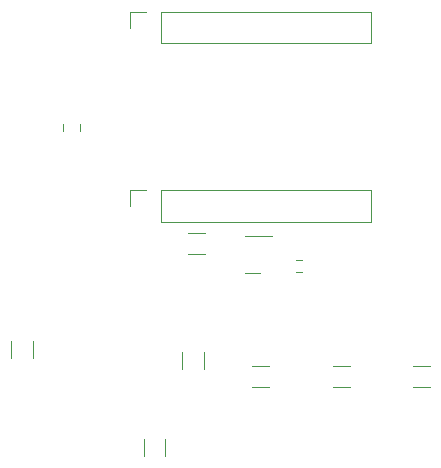
<source format=gbr>
%TF.GenerationSoftware,KiCad,Pcbnew,7.0.7*%
%TF.CreationDate,2024-01-07T22:57:32-05:00*%
%TF.ProjectId,ESP32-C3_hat,45535033-322d-4433-935f-6861742e6b69,rev?*%
%TF.SameCoordinates,Original*%
%TF.FileFunction,Legend,Bot*%
%TF.FilePolarity,Positive*%
%FSLAX46Y46*%
G04 Gerber Fmt 4.6, Leading zero omitted, Abs format (unit mm)*
G04 Created by KiCad (PCBNEW 7.0.7) date 2024-01-07 22:57:32*
%MOMM*%
%LPD*%
G01*
G04 APERTURE LIST*
%ADD10C,0.120000*%
G04 APERTURE END LIST*
D10*
%TO.C,C2*%
X33450200Y-38346748D02*
X33450200Y-38869252D01*
X31980200Y-38346748D02*
X31980200Y-38869252D01*
%TO.C,R4*%
X56296664Y-58778800D02*
X54842536Y-58778800D01*
X56296664Y-60598800D02*
X54842536Y-60598800D01*
%TO.C,R6*%
X63033864Y-58780000D02*
X61579736Y-58780000D01*
X63033864Y-60600000D02*
X61579736Y-60600000D01*
%TO.C,R7*%
X42081650Y-57614936D02*
X42081650Y-59069064D01*
X43901650Y-57614936D02*
X43901650Y-59069064D01*
%TO.C,R9*%
X51726626Y-49819100D02*
X52236074Y-49819100D01*
X51726626Y-50864100D02*
X52236074Y-50864100D01*
%TO.C,Q1*%
X48043950Y-50936400D02*
X47393950Y-50936400D01*
X48043950Y-50936400D02*
X48693950Y-50936400D01*
X48043950Y-47816400D02*
X47393950Y-47816400D01*
X48043950Y-47816400D02*
X49718950Y-47816400D01*
%TO.C,R1*%
X42594186Y-47501200D02*
X44048314Y-47501200D01*
X42594186Y-49321200D02*
X44048314Y-49321200D01*
%TO.C,R8*%
X49470264Y-58780000D02*
X48016136Y-58780000D01*
X49470264Y-60600000D02*
X48016136Y-60600000D01*
%TO.C,R5*%
X40650450Y-64980936D02*
X40650450Y-66435064D01*
X38830450Y-64980936D02*
X38830450Y-66435064D01*
%TO.C,R2*%
X29423650Y-56650936D02*
X29423650Y-58105064D01*
X27603650Y-56650936D02*
X27603650Y-58105064D01*
%TO.C,J1*%
X40248450Y-31492400D02*
X58088450Y-31492400D01*
X37648450Y-28832400D02*
X37648450Y-30162400D01*
X38978450Y-28832400D02*
X37648450Y-28832400D01*
X40248450Y-28832400D02*
X40248450Y-31492400D01*
X40248450Y-28832400D02*
X58088450Y-28832400D01*
X58088450Y-28832400D02*
X58088450Y-31492400D01*
%TO.C,J2*%
X40248450Y-46591600D02*
X58088450Y-46591600D01*
X37648450Y-43931600D02*
X37648450Y-45261600D01*
X38978450Y-43931600D02*
X37648450Y-43931600D01*
X40248450Y-43931600D02*
X40248450Y-46591600D01*
X40248450Y-43931600D02*
X58088450Y-43931600D01*
X58088450Y-43931600D02*
X58088450Y-46591600D01*
%TD*%
M02*

</source>
